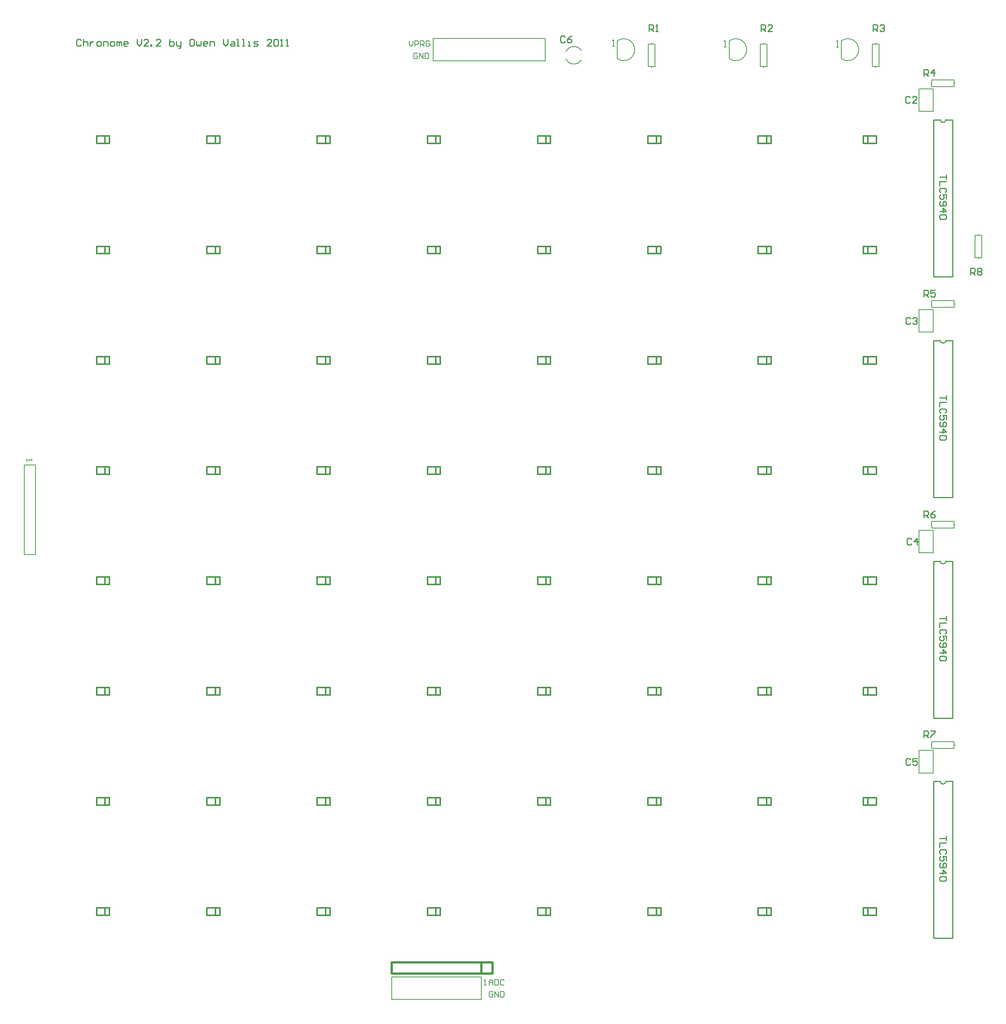
<source format=gto>
%FSAX24Y24*%
%MOIN*%
G70*
G01*
G75*
G04 Layer_Color=65535*
%ADD10R,0.2000X0.0700*%
G04:AMPARAMS|DCode=11|XSize=200mil|YSize=70mil|CornerRadius=17.5mil|HoleSize=0mil|Usage=FLASHONLY|Rotation=0.000|XOffset=0mil|YOffset=0mil|HoleType=Round|Shape=RoundedRectangle|*
%AMROUNDEDRECTD11*
21,1,0.2000,0.0350,0,0,0.0*
21,1,0.1650,0.0700,0,0,0.0*
1,1,0.0350,0.0825,-0.0175*
1,1,0.0350,-0.0825,-0.0175*
1,1,0.0350,-0.0825,0.0175*
1,1,0.0350,0.0825,0.0175*
%
%ADD11ROUNDEDRECTD11*%
%ADD12C,0.0500*%
%ADD13C,0.0300*%
%ADD14C,0.0200*%
%ADD15C,0.0650*%
%ADD16C,0.0551*%
%ADD17C,0.0600*%
%ADD18R,0.0600X0.0600*%
%ADD19C,0.0591*%
%ADD20R,0.0591X0.0591*%
%ADD21R,0.0600X0.0600*%
%ADD22O,0.0787X0.0394*%
%ADD23O,0.0787X0.0394*%
%ADD24R,0.0591X0.0591*%
%ADD25C,0.0500*%
%ADD26O,0.0800X0.0400*%
%ADD27R,0.0800X0.0400*%
%ADD28R,0.0532X0.0532*%
%ADD29C,0.0532*%
%ADD30C,0.0400*%
%ADD31R,0.0098X0.0098*%
%ADD32C,0.0100*%
%ADD33C,0.0079*%
%ADD34C,0.0118*%
%ADD35C,0.0197*%
%ADD36C,0.0080*%
%ADD37C,0.0059*%
D32*
X102750Y106300D02*
G03*
X103250Y106300I000250J000000D01*
G01*
X102750Y086600D02*
G03*
X103250Y086600I000250J000000D01*
G01*
X102750Y066900D02*
G03*
X103250Y066900I000250J000000D01*
G01*
X102750Y047250D02*
G03*
X103250Y047250I000250J000000D01*
G01*
X102150Y106300D02*
X102750D01*
X103250D02*
X103850D01*
Y092300D02*
Y106300D01*
X102150Y092300D02*
X103850D01*
X102150D02*
Y106300D01*
Y086600D02*
X102750D01*
X103250D02*
X103850D01*
Y072600D02*
Y086600D01*
X102150Y072600D02*
X103850D01*
X102150D02*
Y086600D01*
Y066900D02*
X102750D01*
X103250D02*
X103850D01*
Y052900D02*
Y066900D01*
X102150Y052900D02*
X103850D01*
X102150D02*
Y066900D01*
Y047250D02*
X102750D01*
X103250D02*
X103850D01*
Y033250D02*
Y047250D01*
X102150Y033250D02*
X103850D01*
X102150D02*
Y047250D01*
X100099Y049199D02*
X099999Y049299D01*
X099799D01*
X099699Y049199D01*
Y048799D01*
X099799Y048699D01*
X099999D01*
X100099Y048799D01*
X100698Y049299D02*
X100299D01*
Y048999D01*
X100499Y049099D01*
X100599D01*
X100698Y048999D01*
Y048799D01*
X100599Y048699D01*
X100399D01*
X100299Y048799D01*
X100199Y068849D02*
X100099Y068949D01*
X099899D01*
X099799Y068849D01*
Y068449D01*
X099899Y068349D01*
X100099D01*
X100199Y068449D01*
X100699Y068349D02*
Y068949D01*
X100399Y068649D01*
X100799D01*
X100099Y088549D02*
X099999Y088649D01*
X099799D01*
X099699Y088549D01*
Y088149D01*
X099799Y088049D01*
X099999D01*
X100099Y088149D01*
X100299Y088549D02*
X100399Y088649D01*
X100599D01*
X100698Y088549D01*
Y088449D01*
X100599Y088349D01*
X100499D01*
X100599D01*
X100698Y088249D01*
Y088149D01*
X100599Y088049D01*
X100399D01*
X100299Y088149D01*
X105449Y092449D02*
Y093049D01*
X105749D01*
X105849Y092949D01*
Y092749D01*
X105749Y092649D01*
X105449D01*
X105649D02*
X105849Y092449D01*
X106049Y092949D02*
X106149Y093049D01*
X106349D01*
X106448Y092949D01*
Y092849D01*
X106349Y092749D01*
X106448Y092649D01*
Y092549D01*
X106349Y092449D01*
X106149D01*
X106049Y092549D01*
Y092649D01*
X106149Y092749D01*
X106049Y092849D01*
Y092949D01*
X106149Y092749D02*
X106349D01*
X100049Y108299D02*
X099949Y108399D01*
X099749D01*
X099649Y108299D01*
Y107899D01*
X099749Y107799D01*
X099949D01*
X100049Y107899D01*
X100648Y107799D02*
X100249D01*
X100648Y108199D01*
Y108299D01*
X100549Y108399D01*
X100349D01*
X100249Y108299D01*
X076760Y114170D02*
Y114770D01*
X077060D01*
X077160Y114670D01*
Y114470D01*
X077060Y114370D01*
X076760D01*
X076960D02*
X077160Y114170D01*
X077360D02*
X077560D01*
X077460D01*
Y114770D01*
X077360Y114670D01*
X086760Y114170D02*
Y114770D01*
X087060D01*
X087160Y114670D01*
Y114470D01*
X087060Y114370D01*
X086760D01*
X086960D02*
X087160Y114170D01*
X087760D02*
X087360D01*
X087760Y114570D01*
Y114670D01*
X087660Y114770D01*
X087460D01*
X087360Y114670D01*
X096760Y114170D02*
Y114770D01*
X097060D01*
X097160Y114670D01*
Y114470D01*
X097060Y114370D01*
X096760D01*
X096960D02*
X097160Y114170D01*
X097360Y114670D02*
X097460Y114770D01*
X097660D01*
X097760Y114670D01*
Y114570D01*
X097660Y114470D01*
X097560D01*
X097660D01*
X097760Y114370D01*
Y114270D01*
X097660Y114170D01*
X097460D01*
X097360Y114270D01*
X101280Y110190D02*
Y110790D01*
X101580D01*
X101680Y110690D01*
Y110490D01*
X101580Y110390D01*
X101280D01*
X101480D02*
X101680Y110190D01*
X102180D02*
Y110790D01*
X101880Y110490D01*
X102280D01*
X101280Y090490D02*
Y091090D01*
X101580D01*
X101680Y090990D01*
Y090790D01*
X101580Y090690D01*
X101280D01*
X101480D02*
X101680Y090490D01*
X102280Y091090D02*
X101880D01*
Y090790D01*
X102080Y090890D01*
X102180D01*
X102280Y090790D01*
Y090590D01*
X102180Y090490D01*
X101980D01*
X101880Y090590D01*
X101280Y070790D02*
Y071390D01*
X101580D01*
X101680Y071290D01*
Y071090D01*
X101580Y070990D01*
X101280D01*
X101480D02*
X101680Y070790D01*
X102280Y071390D02*
X102080Y071290D01*
X101880Y071090D01*
Y070890D01*
X101980Y070790D01*
X102180D01*
X102280Y070890D01*
Y070990D01*
X102180Y071090D01*
X101880D01*
X101280Y051140D02*
Y051740D01*
X101580D01*
X101680Y051640D01*
Y051440D01*
X101580Y051340D01*
X101280D01*
X101480D02*
X101680Y051140D01*
X101880Y051740D02*
X102280D01*
Y051640D01*
X101880Y051240D01*
Y051140D01*
X069260Y113680D02*
X069160Y113780D01*
X068960D01*
X068860Y113680D01*
Y113280D01*
X068960Y113180D01*
X069160D01*
X069260Y113280D01*
X069860Y113780D02*
X069660Y113680D01*
X069460Y113480D01*
Y113280D01*
X069560Y113180D01*
X069760D01*
X069860Y113280D01*
Y113380D01*
X069760Y113480D01*
X069460D01*
X103300Y101400D02*
Y101000D01*
Y101200D01*
X102700D01*
X103300Y100800D02*
X102700D01*
Y100400D01*
X103200Y099801D02*
X103300Y099901D01*
Y100100D01*
X103200Y100200D01*
X102800D01*
X102700Y100100D01*
Y099901D01*
X102800Y099801D01*
X103300Y099201D02*
Y099601D01*
X103000D01*
X103100Y099401D01*
Y099301D01*
X103000Y099201D01*
X102800D01*
X102700Y099301D01*
Y099501D01*
X102800Y099601D01*
Y099001D02*
X102700Y098901D01*
Y098701D01*
X102800Y098601D01*
X103200D01*
X103300Y098701D01*
Y098901D01*
X103200Y099001D01*
X103100D01*
X103000Y098901D01*
Y098601D01*
X102700Y098101D02*
X103300D01*
X103000Y098401D01*
Y098001D01*
X103200Y097801D02*
X103300Y097701D01*
Y097501D01*
X103200Y097401D01*
X102800D01*
X102700Y097501D01*
Y097701D01*
X102800Y097801D01*
X103200D01*
X103300Y081700D02*
Y081300D01*
Y081500D01*
X102700D01*
X103300Y081100D02*
X102700D01*
Y080700D01*
X103200Y080101D02*
X103300Y080201D01*
Y080400D01*
X103200Y080500D01*
X102800D01*
X102700Y080400D01*
Y080201D01*
X102800Y080101D01*
X103300Y079501D02*
Y079901D01*
X103000D01*
X103100Y079701D01*
Y079601D01*
X103000Y079501D01*
X102800D01*
X102700Y079601D01*
Y079801D01*
X102800Y079901D01*
Y079301D02*
X102700Y079201D01*
Y079001D01*
X102800Y078901D01*
X103200D01*
X103300Y079001D01*
Y079201D01*
X103200Y079301D01*
X103100D01*
X103000Y079201D01*
Y078901D01*
X102700Y078401D02*
X103300D01*
X103000Y078701D01*
Y078301D01*
X103200Y078101D02*
X103300Y078001D01*
Y077801D01*
X103200Y077701D01*
X102800D01*
X102700Y077801D01*
Y078001D01*
X102800Y078101D01*
X103200D01*
X103300Y062000D02*
Y061600D01*
Y061800D01*
X102700D01*
X103300Y061400D02*
X102700D01*
Y061000D01*
X103200Y060401D02*
X103300Y060501D01*
Y060700D01*
X103200Y060800D01*
X102800D01*
X102700Y060700D01*
Y060501D01*
X102800Y060401D01*
X103300Y059801D02*
Y060201D01*
X103000D01*
X103100Y060001D01*
Y059901D01*
X103000Y059801D01*
X102800D01*
X102700Y059901D01*
Y060101D01*
X102800Y060201D01*
Y059601D02*
X102700Y059501D01*
Y059301D01*
X102800Y059201D01*
X103200D01*
X103300Y059301D01*
Y059501D01*
X103200Y059601D01*
X103100D01*
X103000Y059501D01*
Y059201D01*
X102700Y058701D02*
X103300D01*
X103000Y059001D01*
Y058601D01*
X103200Y058401D02*
X103300Y058301D01*
Y058101D01*
X103200Y058001D01*
X102800D01*
X102700Y058101D01*
Y058301D01*
X102800Y058401D01*
X103200D01*
X103300Y042350D02*
Y041950D01*
Y042150D01*
X102700D01*
X103300Y041750D02*
X102700D01*
Y041350D01*
X103200Y040751D02*
X103300Y040851D01*
Y041050D01*
X103200Y041150D01*
X102800D01*
X102700Y041050D01*
Y040851D01*
X102800Y040751D01*
X103300Y040151D02*
Y040551D01*
X103000D01*
X103100Y040351D01*
Y040251D01*
X103000Y040151D01*
X102800D01*
X102700Y040251D01*
Y040451D01*
X102800Y040551D01*
Y039951D02*
X102700Y039851D01*
Y039651D01*
X102800Y039551D01*
X103200D01*
X103300Y039651D01*
Y039851D01*
X103200Y039951D01*
X103100D01*
X103000Y039851D01*
Y039551D01*
X102700Y039051D02*
X103300D01*
X103000Y039351D01*
Y038951D01*
X103200Y038751D02*
X103300Y038651D01*
Y038451D01*
X103200Y038351D01*
X102800D01*
X102700Y038451D01*
Y038651D01*
X102800Y038751D01*
X103200D01*
X026049Y113399D02*
X025949Y113499D01*
X025749D01*
X025649Y113399D01*
Y112999D01*
X025749Y112899D01*
X025949D01*
X026049Y112999D01*
X026249Y113499D02*
Y112899D01*
Y113199D01*
X026349Y113299D01*
X026549D01*
X026648Y113199D01*
Y112899D01*
X026848Y113299D02*
Y112899D01*
Y113099D01*
X026948Y113199D01*
X027048Y113299D01*
X027148D01*
X027548Y112899D02*
X027748D01*
X027848Y112999D01*
Y113199D01*
X027748Y113299D01*
X027548D01*
X027448Y113199D01*
Y112999D01*
X027548Y112899D01*
X028048D02*
Y113299D01*
X028348D01*
X028448Y113199D01*
Y112899D01*
X028748D02*
X028948D01*
X029048Y112999D01*
Y113199D01*
X028948Y113299D01*
X028748D01*
X028648Y113199D01*
Y112999D01*
X028748Y112899D01*
X029248D02*
Y113299D01*
X029348D01*
X029448Y113199D01*
Y112899D01*
Y113199D01*
X029548Y113299D01*
X029648Y113199D01*
Y112899D01*
X030147D02*
X029947D01*
X029847Y112999D01*
Y113199D01*
X029947Y113299D01*
X030147D01*
X030247Y113199D01*
Y113099D01*
X029847D01*
X031047Y113499D02*
Y113099D01*
X031247Y112899D01*
X031447Y113099D01*
Y113499D01*
X032047Y112899D02*
X031647D01*
X032047Y113299D01*
Y113399D01*
X031947Y113499D01*
X031747D01*
X031647Y113399D01*
X032247Y112899D02*
Y112999D01*
X032347D01*
Y112899D01*
X032247D01*
X033146D02*
X032747D01*
X033146Y113299D01*
Y113399D01*
X033046Y113499D01*
X032846D01*
X032747Y113399D01*
X033946Y113499D02*
Y112899D01*
X034246D01*
X034346Y112999D01*
Y113099D01*
Y113199D01*
X034246Y113299D01*
X033946D01*
X034546D02*
Y112999D01*
X034646Y112899D01*
X034946D01*
Y112799D01*
X034846Y112699D01*
X034746D01*
X034946Y112899D02*
Y113299D01*
X036045Y113499D02*
X035846D01*
X035746Y113399D01*
Y112999D01*
X035846Y112899D01*
X036045D01*
X036145Y112999D01*
Y113399D01*
X036045Y113499D01*
X036345Y113299D02*
Y112999D01*
X036445Y112899D01*
X036545Y112999D01*
X036645Y112899D01*
X036745Y112999D01*
Y113299D01*
X037245Y112899D02*
X037045D01*
X036945Y112999D01*
Y113199D01*
X037045Y113299D01*
X037245D01*
X037345Y113199D01*
Y113099D01*
X036945D01*
X037545Y112899D02*
Y113299D01*
X037845D01*
X037945Y113199D01*
Y112899D01*
X038745Y113499D02*
Y113099D01*
X038945Y112899D01*
X039144Y113099D01*
Y113499D01*
X039444Y113299D02*
X039644D01*
X039744Y113199D01*
Y112899D01*
X039444D01*
X039344Y112999D01*
X039444Y113099D01*
X039744D01*
X039944Y112899D02*
X040144D01*
X040044D01*
Y113499D01*
X039944D01*
X040444Y112899D02*
X040644D01*
X040544D01*
Y113499D01*
X040444D01*
X040944Y112899D02*
X041144D01*
X041044D01*
Y113299D01*
X040944D01*
X041444Y112899D02*
X041744D01*
X041844Y112999D01*
X041744Y113099D01*
X041544D01*
X041444Y113199D01*
X041544Y113299D01*
X041844D01*
X043043Y112899D02*
X042643D01*
X043043Y113299D01*
Y113399D01*
X042943Y113499D01*
X042743D01*
X042643Y113399D01*
X043243D02*
X043343Y113499D01*
X043543D01*
X043643Y113399D01*
Y112999D01*
X043543Y112899D01*
X043343D01*
X043243Y112999D01*
Y113399D01*
X043843Y112899D02*
X044043D01*
X043943D01*
Y113499D01*
X043843Y113399D01*
X044343Y112899D02*
X044543D01*
X044443D01*
Y113499D01*
X044343Y113399D01*
D33*
X093909Y111771D02*
G03*
X093909Y113330I000591J000780D01*
G01*
X083909Y111771D02*
G03*
X083909Y113330I000591J000780D01*
G01*
X073909Y111771D02*
G03*
X073909Y113330I000591J000780D01*
G01*
X070714Y112473D02*
G03*
X069334Y112377I-000664J-000423D01*
G01*
Y111723D02*
G03*
X070714Y111627I000716J000327D01*
G01*
X100870Y050004D02*
X102130D01*
X100870Y047996D02*
X102130D01*
X100870D02*
Y050004D01*
X102130Y047996D02*
Y050004D01*
X100870Y069654D02*
X102130D01*
X100870Y067646D02*
X102130D01*
X100870D02*
Y069654D01*
X102130Y067646D02*
Y069654D01*
X100870Y089354D02*
X102130D01*
X100870Y087346D02*
X102130D01*
X100870D02*
Y089354D01*
X102130Y087346D02*
Y089354D01*
X106150Y093910D02*
Y094000D01*
Y096000D02*
Y096090D01*
X105850Y094000D02*
X106150D01*
X105850D02*
Y096000D01*
X106450D01*
Y094000D02*
Y096000D01*
X106150Y094000D02*
X106450D01*
X100870Y109054D02*
X102130D01*
X100870Y107046D02*
X102130D01*
X100870D02*
Y109054D01*
X102130Y107046D02*
Y109054D01*
X022000Y067500D02*
Y075500D01*
X021000D02*
X022000D01*
X021000Y067500D02*
Y075500D01*
Y067500D02*
X022000D01*
X101910Y109550D02*
X102000D01*
X104000D02*
X104090D01*
X102000D02*
Y109850D01*
X104000D01*
Y109250D02*
Y109850D01*
X102000Y109250D02*
X104000D01*
X102000D02*
Y109550D01*
X101910Y089850D02*
X102000D01*
X104000D02*
X104090D01*
X102000D02*
Y090150D01*
X104000D01*
Y089550D02*
Y090150D01*
X102000Y089550D02*
X104000D01*
X102000D02*
Y089850D01*
X101910Y070150D02*
X102000D01*
X104000D02*
X104090D01*
X102000D02*
Y070450D01*
X104000D01*
Y069850D02*
Y070450D01*
X102000Y069850D02*
X104000D01*
X102000D02*
Y070150D01*
X101910Y050500D02*
X102000D01*
X104000D02*
X104090D01*
X102000D02*
Y050800D01*
X104000D01*
Y050200D02*
Y050800D01*
X102000Y050200D02*
X104000D01*
X102000D02*
Y050500D01*
X093909Y111770D02*
Y113330D01*
X097000Y110960D02*
Y111050D01*
Y113050D02*
Y113140D01*
X096700Y111050D02*
X097000D01*
X096700D02*
Y113050D01*
X097300D01*
Y111050D02*
Y113050D01*
X097000Y111050D02*
X097300D01*
X083909Y111770D02*
Y113330D01*
X087000Y110960D02*
Y111050D01*
Y113050D02*
Y113140D01*
X086700Y111050D02*
X087000D01*
X086700D02*
Y113050D01*
X087300D01*
Y111050D02*
Y113050D01*
X087000Y111050D02*
X087300D01*
X073909Y111770D02*
Y113330D01*
X077000Y110960D02*
Y111050D01*
Y113050D02*
Y113140D01*
X076700Y111050D02*
X077000D01*
X076700D02*
Y113050D01*
X077300D01*
Y111050D02*
Y113050D01*
X077000Y111050D02*
X077300D01*
X057500Y111550D02*
Y113550D01*
X067500D01*
Y111550D02*
Y113550D01*
X057500Y111550D02*
X067500D01*
X061800Y027800D02*
Y029800D01*
X053800Y027800D02*
Y029800D01*
X061800D01*
X053800Y027800D02*
X061800D01*
D34*
X028200Y035280D02*
Y035930D01*
X027450Y035940D02*
X028600D01*
Y035280D02*
Y035940D01*
X027450Y035280D02*
X028600D01*
X027450D02*
Y035940D01*
X037293Y035280D02*
Y035940D01*
Y035280D02*
X038443D01*
Y035940D01*
X037293D02*
X038443D01*
X038043Y035280D02*
Y035930D01*
X047885Y035280D02*
Y035930D01*
X047135Y035940D02*
X048285D01*
Y035280D02*
Y035940D01*
X047135Y035280D02*
X048285D01*
X047135D02*
Y035940D01*
X056978Y035280D02*
Y035940D01*
Y035280D02*
X058128D01*
Y035940D01*
X056978D02*
X058128D01*
X057728Y035280D02*
Y035930D01*
X067570Y035280D02*
Y035930D01*
X066820Y035940D02*
X067970D01*
Y035280D02*
Y035940D01*
X066820Y035280D02*
X067970D01*
X066820D02*
Y035940D01*
X076663Y035280D02*
Y035940D01*
Y035280D02*
X077813D01*
Y035940D01*
X076663D02*
X077813D01*
X077413Y035280D02*
Y035930D01*
X087255Y035280D02*
Y035930D01*
X086505Y035940D02*
X087655D01*
Y035280D02*
Y035940D01*
X086505Y035280D02*
X087655D01*
X086505D02*
Y035940D01*
X027450Y045123D02*
Y045783D01*
Y045123D02*
X028600D01*
Y045783D01*
X027450D02*
X028600D01*
X028200Y045123D02*
Y045773D01*
X038043Y045123D02*
Y045773D01*
X037293Y045783D02*
X038443D01*
Y045123D02*
Y045783D01*
X037293Y045123D02*
X038443D01*
X037293D02*
Y045783D01*
X047135Y045123D02*
Y045783D01*
Y045123D02*
X048285D01*
Y045783D01*
X047135D02*
X048285D01*
X047885Y045123D02*
Y045773D01*
X057728Y045123D02*
Y045773D01*
X056978Y045783D02*
X058128D01*
Y045123D02*
Y045783D01*
X056978Y045123D02*
X058128D01*
X056978D02*
Y045783D01*
X066820Y045123D02*
Y045783D01*
Y045123D02*
X067970D01*
Y045783D01*
X066820D02*
X067970D01*
X067570Y045123D02*
Y045773D01*
X077413Y045123D02*
Y045773D01*
X076663Y045783D02*
X077813D01*
Y045123D02*
Y045783D01*
X076663Y045123D02*
X077813D01*
X076663D02*
Y045783D01*
X086505Y045123D02*
Y045783D01*
Y045123D02*
X087655D01*
Y045783D01*
X086505D02*
X087655D01*
X087255Y045123D02*
Y045773D01*
X096300Y045133D02*
Y045783D01*
X095900Y045123D02*
X097050D01*
X095900D02*
Y045783D01*
X097050D01*
Y045123D02*
Y045783D01*
X027450Y054965D02*
Y055625D01*
Y054965D02*
X028600D01*
Y055625D01*
X027450D02*
X028600D01*
X028200Y054965D02*
Y055615D01*
X038043Y054965D02*
Y055615D01*
X037293Y055625D02*
X038443D01*
Y054965D02*
Y055625D01*
X037293Y054965D02*
X038443D01*
X037293D02*
Y055625D01*
X047135Y054965D02*
Y055625D01*
Y054965D02*
X048285D01*
Y055625D01*
X047135D02*
X048285D01*
X047885Y054965D02*
Y055615D01*
X057728Y054965D02*
Y055615D01*
X056978Y055625D02*
X058128D01*
Y054965D02*
Y055625D01*
X056978Y054965D02*
X058128D01*
X056978D02*
Y055625D01*
X066820Y054965D02*
Y055625D01*
Y054965D02*
X067970D01*
Y055625D01*
X066820D02*
X067970D01*
X067570Y054965D02*
Y055615D01*
X077413Y054965D02*
Y055615D01*
X076663Y055625D02*
X077813D01*
Y054965D02*
Y055625D01*
X076663Y054965D02*
X077813D01*
X076663D02*
Y055625D01*
X086505Y054965D02*
Y055625D01*
Y054965D02*
X087655D01*
Y055625D01*
X086505D02*
X087655D01*
X087255Y054965D02*
Y055615D01*
X096300Y054975D02*
Y055625D01*
X095900Y054965D02*
X097050D01*
X095900D02*
Y055625D01*
X097050D01*
Y054965D02*
Y055625D01*
X027450Y064808D02*
Y065468D01*
Y064808D02*
X028600D01*
Y065468D01*
X027450D02*
X028600D01*
X028200Y064808D02*
Y065458D01*
X038043Y064808D02*
Y065458D01*
X037293Y065468D02*
X038443D01*
Y064808D02*
Y065468D01*
X037293Y064808D02*
X038443D01*
X037293D02*
Y065468D01*
X047135Y064808D02*
Y065468D01*
Y064808D02*
X048285D01*
Y065468D01*
X047135D02*
X048285D01*
X047885Y064808D02*
Y065458D01*
X057728Y064808D02*
Y065458D01*
X056978Y065468D02*
X058128D01*
Y064808D02*
Y065468D01*
X056978Y064808D02*
X058128D01*
X056978D02*
Y065468D01*
X066820Y064808D02*
Y065468D01*
Y064808D02*
X067970D01*
Y065468D01*
X066820D02*
X067970D01*
X067570Y064808D02*
Y065458D01*
X077413Y064808D02*
Y065458D01*
X076663Y065468D02*
X077813D01*
Y064808D02*
Y065468D01*
X076663Y064808D02*
X077813D01*
X076663D02*
Y065468D01*
X086505Y064808D02*
Y065468D01*
Y064808D02*
X087655D01*
Y065468D01*
X086505D02*
X087655D01*
X087255Y064808D02*
Y065458D01*
X096300Y064818D02*
Y065468D01*
X095900Y064808D02*
X097050D01*
X095900D02*
Y065468D01*
X097050D01*
Y064808D02*
Y065468D01*
X027450Y074650D02*
Y075310D01*
Y074650D02*
X028600D01*
Y075310D01*
X027450D02*
X028600D01*
X028200Y074650D02*
Y075300D01*
X038043Y074650D02*
Y075300D01*
X037293Y075310D02*
X038443D01*
Y074650D02*
Y075310D01*
X037293Y074650D02*
X038443D01*
X037293D02*
Y075310D01*
X047135Y074650D02*
Y075310D01*
Y074650D02*
X048285D01*
Y075310D01*
X047135D02*
X048285D01*
X047885Y074650D02*
Y075300D01*
X057728Y074650D02*
Y075300D01*
X056978Y075310D02*
X058128D01*
Y074650D02*
Y075310D01*
X056978Y074650D02*
X058128D01*
X056978D02*
Y075310D01*
X066820Y074650D02*
Y075310D01*
Y074650D02*
X067970D01*
Y075310D01*
X066820D02*
X067970D01*
X067570Y074650D02*
Y075300D01*
X077413Y074650D02*
Y075300D01*
X076663Y075310D02*
X077813D01*
Y074650D02*
Y075310D01*
X076663Y074650D02*
X077813D01*
X076663D02*
Y075310D01*
X086505Y074650D02*
Y075310D01*
Y074650D02*
X087655D01*
Y075310D01*
X086505D02*
X087655D01*
X087255Y074650D02*
Y075300D01*
X096300Y074660D02*
Y075310D01*
X095900Y074650D02*
X097050D01*
X095900D02*
Y075310D01*
X097050D01*
Y074650D02*
Y075310D01*
X027450Y084493D02*
Y085153D01*
Y084493D02*
X028600D01*
Y085153D01*
X027450D02*
X028600D01*
X028200Y084493D02*
Y085143D01*
X038043Y084493D02*
Y085143D01*
X037293Y085153D02*
X038443D01*
Y084493D02*
Y085153D01*
X037293Y084493D02*
X038443D01*
X037293D02*
Y085153D01*
X047135Y084493D02*
Y085153D01*
Y084493D02*
X048285D01*
Y085153D01*
X047135D02*
X048285D01*
X047885Y084493D02*
Y085143D01*
X057728Y084493D02*
Y085143D01*
X056978Y085153D02*
X058128D01*
Y084493D02*
Y085153D01*
X056978Y084493D02*
X058128D01*
X056978D02*
Y085153D01*
X066820Y084493D02*
Y085153D01*
Y084493D02*
X067970D01*
Y085153D01*
X066820D02*
X067970D01*
X067570Y084493D02*
Y085143D01*
X077413Y084493D02*
Y085143D01*
X076663Y085153D02*
X077813D01*
Y084493D02*
Y085153D01*
X076663Y084493D02*
X077813D01*
X076663D02*
Y085153D01*
X086505Y084493D02*
Y085153D01*
Y084493D02*
X087655D01*
Y085153D01*
X086505D02*
X087655D01*
X087255Y084493D02*
Y085143D01*
X096300Y084503D02*
Y085153D01*
X095900Y084493D02*
X097050D01*
X095900D02*
Y085153D01*
X097050D01*
Y084493D02*
Y085153D01*
X027450Y094335D02*
Y094995D01*
Y094335D02*
X028600D01*
Y094995D01*
X027450D02*
X028600D01*
X028200Y094335D02*
Y094985D01*
X038043Y094335D02*
Y094985D01*
X037293Y094995D02*
X038443D01*
Y094335D02*
Y094995D01*
X037293Y094335D02*
X038443D01*
X037293D02*
Y094995D01*
X047135Y094335D02*
Y094995D01*
Y094335D02*
X048285D01*
Y094995D01*
X047135D02*
X048285D01*
X047885Y094335D02*
Y094985D01*
X057728Y094335D02*
Y094985D01*
X056978Y094995D02*
X058128D01*
Y094335D02*
Y094995D01*
X056978Y094335D02*
X058128D01*
X056978D02*
Y094995D01*
X066820Y094335D02*
Y094995D01*
Y094335D02*
X067970D01*
Y094995D01*
X066820D02*
X067970D01*
X067570Y094335D02*
Y094985D01*
X077413Y094335D02*
Y094985D01*
X076663Y094995D02*
X077813D01*
Y094335D02*
Y094995D01*
X076663Y094335D02*
X077813D01*
X076663D02*
Y094995D01*
X086505Y094335D02*
Y094995D01*
Y094335D02*
X087655D01*
Y094995D01*
X086505D02*
X087655D01*
X087255Y094335D02*
Y094985D01*
X096300Y094345D02*
Y094995D01*
X095900Y094335D02*
X097050D01*
X095900D02*
Y094995D01*
X097050D01*
Y094335D02*
Y094995D01*
X027450Y104178D02*
Y104838D01*
Y104178D02*
X028600D01*
Y104838D01*
X027450D02*
X028600D01*
X028200Y104178D02*
Y104828D01*
X038043Y104178D02*
Y104828D01*
X037293Y104838D02*
X038443D01*
Y104178D02*
Y104838D01*
X037293Y104178D02*
X038443D01*
X037293D02*
Y104838D01*
X047135Y104178D02*
Y104838D01*
Y104178D02*
X048285D01*
Y104838D01*
X047135D02*
X048285D01*
X047885Y104178D02*
Y104828D01*
X057728Y104178D02*
Y104828D01*
X056978Y104838D02*
X058128D01*
Y104178D02*
Y104838D01*
X056978Y104178D02*
X058128D01*
X056978D02*
Y104838D01*
X066820Y104178D02*
Y104838D01*
Y104178D02*
X067970D01*
Y104838D01*
X066820D02*
X067970D01*
X067570Y104178D02*
Y104828D01*
X077413Y104178D02*
Y104828D01*
X076663Y104838D02*
X077813D01*
Y104178D02*
Y104838D01*
X076663Y104178D02*
X077813D01*
X076663D02*
Y104838D01*
X086505Y104178D02*
Y104838D01*
Y104178D02*
X087655D01*
Y104838D01*
X086505D02*
X087655D01*
X087255Y104178D02*
Y104828D01*
X096300Y104188D02*
Y104838D01*
X095900Y104178D02*
X097050D01*
X095900D02*
Y104838D01*
X097050D01*
Y104178D02*
Y104838D01*
X096300Y035290D02*
Y035940D01*
X095900Y035280D02*
X097050D01*
X095900D02*
Y035940D01*
X097050D01*
Y035280D02*
Y035940D01*
D35*
X062800Y030100D02*
Y031100D01*
X061800Y030100D02*
Y031100D01*
X062800D01*
X053800D02*
X062800D01*
X053800Y030100D02*
Y031100D01*
Y030100D02*
X062800D01*
Y031000D01*
D36*
X056083Y112167D02*
X056000Y112250D01*
X055833D01*
X055750Y112167D01*
Y111833D01*
X055833Y111750D01*
X056000D01*
X056083Y111833D01*
Y112000D01*
X055917D01*
X056250Y111750D02*
Y112250D01*
X056583Y111750D01*
Y112250D01*
X056750D02*
Y111750D01*
X057000D01*
X057083Y111833D01*
Y112167D01*
X057000Y112250D01*
X056750D01*
X055350Y113350D02*
Y113017D01*
X055517Y112850D01*
X055683Y113017D01*
Y113350D01*
X055850Y112850D02*
Y113350D01*
X056100D01*
X056183Y113267D01*
Y113100D01*
X056100Y113017D01*
X055850D01*
X056350Y112850D02*
Y113350D01*
X056600D01*
X056683Y113267D01*
Y113100D01*
X056600Y113017D01*
X056350D01*
X056516D02*
X056683Y112850D01*
X057183Y113267D02*
X057099Y113350D01*
X056933D01*
X056850Y113267D01*
Y112933D01*
X056933Y112850D01*
X057099D01*
X057183Y112933D01*
Y113100D01*
X057016D01*
X062049Y029049D02*
X062215D01*
X062132D01*
Y029549D01*
X062049Y029465D01*
X062832Y028415D02*
X062749Y028499D01*
X062582D01*
X062499Y028415D01*
Y028082D01*
X062582Y027999D01*
X062749D01*
X062832Y028082D01*
Y028249D01*
X062665D01*
X062999Y027999D02*
Y028499D01*
X063332Y027999D01*
Y028499D01*
X063499D02*
Y027999D01*
X063748D01*
X063832Y028082D01*
Y028415D01*
X063748Y028499D01*
X063499D01*
X062499Y029049D02*
Y029382D01*
X062665Y029549D01*
X062832Y029382D01*
Y029049D01*
Y029299D01*
X062499D01*
X062999Y029549D02*
Y029049D01*
X063249D01*
X063332Y029132D01*
Y029465D01*
X063249Y029549D01*
X062999D01*
X063832Y029465D02*
X063748Y029549D01*
X063582D01*
X063499Y029465D01*
Y029132D01*
X063582Y029049D01*
X063748D01*
X063832Y029132D01*
X021199Y075999D02*
Y075832D01*
Y075916D01*
X021699D01*
X021615Y075999D01*
D37*
X093499Y112799D02*
X093696D01*
X093597D01*
Y113389D01*
X093499Y113291D01*
X083449Y112799D02*
X083646D01*
X083547D01*
Y113389D01*
X083449Y113291D01*
X073499Y112849D02*
X073696D01*
X073597D01*
Y113439D01*
X073499Y113341D01*
M02*

</source>
